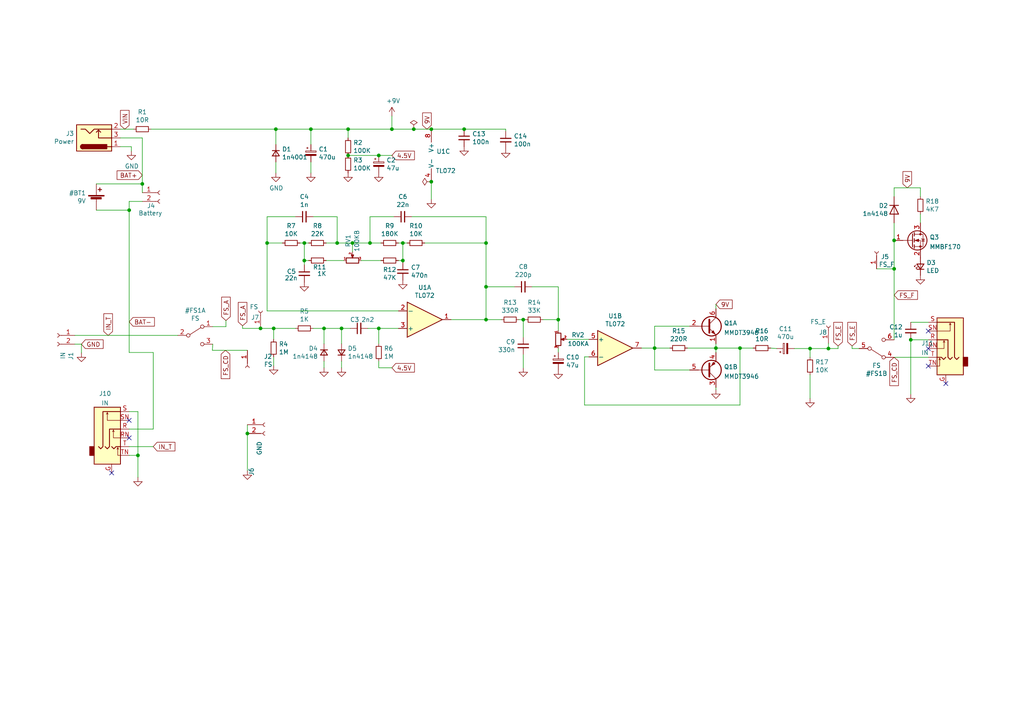
<source format=kicad_sch>
(kicad_sch (version 20211123) (generator eeschema)
  (paper "A4")
  (lib_symbols
    (symbol "Amplifier_Operational:TL072" (pin_names (offset 0.127))
      (property "Reference" "U" (at 0 5.08 0))
      (property "Value" "TL072" (at 0 -5.08 0))
      (symbol "TL072_1_1"
        (polyline (pts (xy -5.08 5.08) (xy 5.08 0) (xy -5.08 -5.08) (xy -5.08 5.08)) (stroke (width 0.254)) (fill (type background)))
        (pin output line (at 7.62 0 180) (length 2.54) (name "~") (number "1"))
        (pin input line (at -7.62 -2.54 0) (length 2.54) (name "-") (number "2"))
        (pin input line (at -7.62 2.54 0) (length 2.54) (name "+") (number "3"))
      )
      (symbol "TL072_2_1"
        (polyline (pts (xy -5.08 5.08) (xy 5.08 0) (xy -5.08 -5.08) (xy -5.08 5.08)) (stroke (width 0.254)) (fill (type background)))
        (pin input line (at -7.62 2.54 0) (length 2.54) (name "+") (number "5"))
        (pin input line (at -7.62 -2.54 0) (length 2.54) (name "-") (number "6"))
        (pin output line (at 7.62 0 180) (length 2.54) (name "~") (number "7"))
      )
      (symbol "TL072_3_1"
        (pin power_in line (at -2.54 -7.62 90) (length 3.81) (name "V-") (number "4"))
        (pin power_in line (at -2.54 7.62 270) (length 3.81) (name "V+") (number "8"))
      )
    )
    (symbol "AudioJack3_Ground_Switch_1"
      (property "Reference" "J" (at 0 11.43 0))
      (property "Value" "AudioJack3_Ground_Switch_1" (at 0 8.89 0))
      (symbol "AudioJack3_Ground_Switch_1_0_1"
        (rectangle (start -5.08 -5.08) (end -6.35 -7.62) (stroke (width 0.254)) (fill (type outline)))
        (rectangle (start 2.54 6.35) (end -5.08 -10.16) (stroke (width 0.254)) (fill (type background)))
      )
      (symbol "AudioJack3_Ground_Switch_1_1_1"
        (polyline (pts (xy -1.27 4.826) (xy -1.016 4.318)))
        (polyline (pts (xy 0.508 -0.254) (xy 0.762 -0.762)))
        (polyline (pts (xy 1.778 -5.334) (xy 2.032 -5.842)))
        (polyline (pts (xy 0 -5.08) (xy 0.635 -5.715) (xy 1.27 -5.08) (xy 2.54 -5.08)) (stroke (width 0.254)))
        (polyline (pts (xy 2.54 -7.62) (xy 1.778 -7.62) (xy 1.778 -5.334) (xy 1.524 -5.842)))
        (polyline (pts (xy 2.54 -2.54) (xy 0.508 -2.54) (xy 0.508 -0.254) (xy 0.254 -0.762)))
        (polyline (pts (xy 2.54 2.54) (xy -1.27 2.54) (xy -1.27 4.826) (xy -1.524 4.318)))
        (polyline (pts (xy -1.905 -5.08) (xy -1.27 -5.715) (xy -0.635 -5.08) (xy -0.635 0) (xy 2.54 0)) (stroke (width 0.254)))
        (polyline (pts (xy 2.54 5.08) (xy -2.54 5.08) (xy -2.54 -5.08) (xy -3.175 -5.715) (xy -3.81 -5.08)) (stroke (width 0.254)))
        (pin passive line (at 0 -12.7 90) (length 2.54) (name "~") (number "G"))
        (pin passive line (at 5.08 0 180) (length 2.54) (name "~") (number "R"))
        (pin passive line (at 5.08 -2.54 180) (length 2.54) (name "~") (number "RN"))
        (pin passive line (at 5.08 5.08 180) (length 2.54) (name "~") (number "S"))
        (pin passive line (at 5.08 2.54 180) (length 2.54) (name "~") (number "SN"))
        (pin passive line (at 5.08 -5.08 180) (length 2.54) (name "~") (number "T"))
        (pin passive line (at 5.08 -7.62 180) (length 2.54) (name "~") (number "TN"))
      )
    )
    (symbol "Connector:AudioJack3_Ground_Switch"
      (property "Reference" "J" (at 0 11.43 0))
      (property "Value" "AudioJack3_Ground_Switch" (at 0 8.89 0))
      (symbol "AudioJack3_Ground_Switch_0_1"
        (rectangle (start -5.08 -5.08) (end -6.35 -7.62) (stroke (width 0.254)) (fill (type outline)))
        (rectangle (start 2.54 6.35) (end -5.08 -10.16) (stroke (width 0.254)) (fill (type background)))
      )
      (symbol "AudioJack3_Ground_Switch_1_1"
        (polyline (pts (xy -1.27 4.826) (xy -1.016 4.318)))
        (polyline (pts (xy 0.508 -0.254) (xy 0.762 -0.762)))
        (polyline (pts (xy 1.778 -5.334) (xy 2.032 -5.842)))
        (polyline (pts (xy 0 -5.08) (xy 0.635 -5.715) (xy 1.27 -5.08) (xy 2.54 -5.08)) (stroke (width 0.254)))
        (polyline (pts (xy 2.54 -7.62) (xy 1.778 -7.62) (xy 1.778 -5.334) (xy 1.524 -5.842)))
        (polyline (pts (xy 2.54 -2.54) (xy 0.508 -2.54) (xy 0.508 -0.254) (xy 0.254 -0.762)))
        (polyline (pts (xy 2.54 2.54) (xy -1.27 2.54) (xy -1.27 4.826) (xy -1.524 4.318)))
        (polyline (pts (xy -1.905 -5.08) (xy -1.27 -5.715) (xy -0.635 -5.08) (xy -0.635 0) (xy 2.54 0)) (stroke (width 0.254)))
        (polyline (pts (xy 2.54 5.08) (xy -2.54 5.08) (xy -2.54 -5.08) (xy -3.175 -5.715) (xy -3.81 -5.08)) (stroke (width 0.254)))
        (pin passive line (at 0 -12.7 90) (length 2.54) (name "~") (number "G"))
        (pin passive line (at 5.08 0 180) (length 2.54) (name "~") (number "R"))
        (pin passive line (at 5.08 -2.54 180) (length 2.54) (name "~") (number "RN"))
        (pin passive line (at 5.08 5.08 180) (length 2.54) (name "~") (number "S"))
        (pin passive line (at 5.08 2.54 180) (length 2.54) (name "~") (number "SN"))
        (pin passive line (at 5.08 -5.08 180) (length 2.54) (name "~") (number "T"))
        (pin passive line (at 5.08 -7.62 180) (length 2.54) (name "~") (number "TN"))
      )
    )
    (symbol "Connector:Barrel_Jack_Switch" (pin_names hide)
      (property "Reference" "J" (at 0 5.334 0))
      (property "Value" "Barrel_Jack_Switch" (at 0 -5.08 0))
      (symbol "Barrel_Jack_Switch_0_1"
        (rectangle (start -5.08 3.81) (end 5.08 -3.81) (stroke (width 0.254)) (fill (type background)))
        (arc (start -3.302 3.175) (mid -3.937 2.54) (end -3.302 1.905) (stroke (width 0.254)))
        (arc (start -3.302 3.175) (mid -3.937 2.54) (end -3.302 1.905) (stroke (width 0.254)) (fill (type outline)))
        (polyline (pts (xy 1.27 -2.286) (xy 1.905 -1.651)) (stroke (width 0.254)))
        (polyline (pts (xy 5.08 2.54) (xy 3.81 2.54)) (stroke (width 0.254)))
        (polyline (pts (xy 5.08 0) (xy 1.27 0) (xy 1.27 -2.286) (xy 0.635 -1.651)) (stroke (width 0.254)))
        (polyline (pts (xy -3.81 -2.54) (xy -2.54 -2.54) (xy -1.27 -1.27) (xy 0 -2.54) (xy 2.54 -2.54) (xy 5.08 -2.54)) (stroke (width 0.254)))
        (rectangle (start 3.683 3.175) (end -3.302 1.905) (stroke (width 0.254)) (fill (type outline)))
      )
      (symbol "Barrel_Jack_Switch_1_1"
        (pin passive line (at 7.62 2.54 180) (length 2.54) (name "~") (number "1"))
        (pin passive line (at 7.62 -2.54 180) (length 2.54) (name "~") (number "2"))
        (pin passive line (at 7.62 0 180) (length 2.54) (name "~") (number "3"))
      )
    )
    (symbol "Connector:Conn_01x01_Female" (pin_names (offset 1.016) hide)
      (property "Reference" "J" (at 0 2.54 0))
      (property "Value" "Conn_01x01_Female" (at 0 -2.54 0))
      (symbol "Conn_01x01_Female_1_1"
        (polyline (pts (xy -1.27 0) (xy -0.508 0)) (stroke (width 0.1524)))
        (arc (start 0 0.508) (mid -0.508 0) (end 0 -0.508) (stroke (width 0.1524)))
        (pin passive line (at -5.08 0 0) (length 3.81) (name "Pin_1") (number "1"))
      )
    )
    (symbol "Connector:Conn_01x02_Female" (pin_names (offset 1.016) hide)
      (property "Reference" "J" (at 0 2.54 0))
      (property "Value" "Conn_01x02_Female" (at 0 -5.08 0))
      (symbol "Conn_01x02_Female_1_1"
        (arc (start 0 -2.032) (mid -0.508 -2.54) (end 0 -3.048) (stroke (width 0.1524)))
        (polyline (pts (xy -1.27 -2.54) (xy -0.508 -2.54)) (stroke (width 0.1524)))
        (polyline (pts (xy -1.27 0) (xy -0.508 0)) (stroke (width 0.1524)))
        (arc (start 0 0.508) (mid -0.508 0) (end 0 -0.508) (stroke (width 0.1524)))
        (pin passive line (at -5.08 0 0) (length 3.81) (name "Pin_1") (number "1"))
        (pin passive line (at -5.08 -2.54 0) (length 3.81) (name "Pin_2") (number "2"))
      )
    )
    (symbol "Device:Battery_Cell" (pin_numbers hide) (pin_names (offset 0) hide)
      (property "Reference" "BT" (at 2.54 2.54 0))
      (property "Value" "Battery_Cell" (at 2.54 0 0))
      (symbol "Battery_Cell_0_1"
        (rectangle (start -2.286 1.778) (end 2.286 1.524) (fill (type outline)))
        (rectangle (start -1.5748 1.1938) (end 1.4732 0.6858) (fill (type outline)))
        (polyline (pts (xy 0 0.762) (xy 0 0)))
        (polyline (pts (xy 0 1.778) (xy 0 2.54)))
        (polyline (pts (xy 0.508 3.429) (xy 1.524 3.429)) (stroke (width 0.254)))
        (polyline (pts (xy 1.016 3.937) (xy 1.016 2.921)) (stroke (width 0.254)))
      )
      (symbol "Battery_Cell_1_1"
        (pin passive line (at 0 5.08 270) (length 2.54) (name "+") (number "1"))
        (pin passive line (at 0 -2.54 90) (length 2.54) (name "-") (number "2"))
      )
    )
    (symbol "Device:C_Polarized_Small" (pin_numbers hide) (pin_names (offset 0.254) hide)
      (property "Reference" "C" (at 0.254 1.778 0))
      (property "Value" "C_Polarized_Small" (at 0.254 -2.032 0))
      (symbol "C_Polarized_Small_0_1"
        (rectangle (start -1.524 -0.3048) (end 1.524 -0.6858) (fill (type outline)))
        (rectangle (start -1.524 0.6858) (end 1.524 0.3048))
        (polyline (pts (xy -1.27 1.524) (xy -0.762 1.524)))
        (polyline (pts (xy -1.016 1.27) (xy -1.016 1.778)))
      )
      (symbol "C_Polarized_Small_1_1"
        (pin passive line (at 0 2.54 270) (length 1.8542) (name "~") (number "1"))
        (pin passive line (at 0 -2.54 90) (length 1.8542) (name "~") (number "2"))
      )
    )
    (symbol "Device:C_Small" (pin_numbers hide) (pin_names (offset 0.254) hide)
      (property "Reference" "C" (at 0.254 1.778 0))
      (property "Value" "C_Small" (at 0.254 -2.032 0))
      (symbol "C_Small_0_1"
        (polyline (pts (xy -1.524 -0.508) (xy 1.524 -0.508)) (stroke (width 0.3302)))
        (polyline (pts (xy -1.524 0.508) (xy 1.524 0.508)) (stroke (width 0.3048)))
      )
      (symbol "C_Small_1_1"
        (pin passive line (at 0 2.54 270) (length 2.032) (name "~") (number "1"))
        (pin passive line (at 0 -2.54 90) (length 2.032) (name "~") (number "2"))
      )
    )
    (symbol "Device:D_Small" (pin_numbers hide) (pin_names (offset 0.254) hide)
      (property "Reference" "D" (at -1.27 2.032 0))
      (property "Value" "D_Small" (at -3.81 -2.032 0))
      (symbol "D_Small_0_1"
        (polyline (pts (xy -0.762 -1.016) (xy -0.762 1.016)) (stroke (width 0.254)))
        (polyline (pts (xy -0.762 0) (xy 0.762 0)))
        (polyline (pts (xy 0.762 -1.016) (xy -0.762 0) (xy 0.762 1.016) (xy 0.762 -1.016)) (stroke (width 0.254)))
      )
      (symbol "D_Small_1_1"
        (pin passive line (at -2.54 0 0) (length 1.778) (name "K") (number "1"))
        (pin passive line (at 2.54 0 180) (length 1.778) (name "A") (number "2"))
      )
    )
    (symbol "Device:LED_Small" (pin_numbers hide) (pin_names (offset 0.254) hide)
      (property "Reference" "D" (at -1.27 3.175 0))
      (property "Value" "LED_Small" (at -4.445 -2.54 0))
      (symbol "LED_Small_0_1"
        (polyline (pts (xy -0.762 -1.016) (xy -0.762 1.016)) (stroke (width 0.254)))
        (polyline (pts (xy 1.016 0) (xy -0.762 0)))
        (polyline (pts (xy 0.762 -1.016) (xy -0.762 0) (xy 0.762 1.016) (xy 0.762 -1.016)) (stroke (width 0.254)))
        (polyline (pts (xy 0 0.762) (xy -0.508 1.27) (xy -0.254 1.27) (xy -0.508 1.27) (xy -0.508 1.016)))
        (polyline (pts (xy 0.508 1.27) (xy 0 1.778) (xy 0.254 1.778) (xy 0 1.778) (xy 0 1.524)))
      )
      (symbol "LED_Small_1_1"
        (pin passive line (at -2.54 0 0) (length 1.778) (name "K") (number "1"))
        (pin passive line (at 2.54 0 180) (length 1.778) (name "A") (number "2"))
      )
    )
    (symbol "Device:R_Potentiometer_Small" (pin_names (offset 1.016) hide)
      (property "Reference" "RV" (at -4.445 0 90))
      (property "Value" "R_Potentiometer_Small" (at -2.54 0 90))
      (symbol "R_Potentiometer_Small_0_1"
        (polyline (pts (xy 0.889 0) (xy 0.635 0) (xy 1.651 0.381) (xy 1.651 -0.381) (xy 0.635 0) (xy 0.889 0)) (fill (type outline)))
        (rectangle (start 0.762 1.8034) (end -0.762 -1.8034) (stroke (width 0.254)))
      )
      (symbol "R_Potentiometer_Small_1_1"
        (pin passive line (at 0 2.54 270) (length 0.635) (name "1") (number "1"))
        (pin passive line (at 2.54 0 180) (length 0.9906) (name "2") (number "2"))
        (pin passive line (at 0 -2.54 90) (length 0.635) (name "3") (number "3"))
      )
    )
    (symbol "Device:R_Small" (pin_numbers hide) (pin_names (offset 0.254) hide)
      (property "Reference" "R" (at 0.762 0.508 0))
      (property "Value" "R_Small" (at 0.762 -1.016 0))
      (symbol "R_Small_0_1"
        (rectangle (start -0.762 1.778) (end 0.762 -1.778) (stroke (width 0.2032)))
      )
      (symbol "R_Small_1_1"
        (pin passive line (at 0 2.54 270) (length 0.762) (name "~") (number "1"))
        (pin passive line (at 0 -2.54 90) (length 0.762) (name "~") (number "2"))
      )
    )
    (symbol "Diode:1N4001" (pin_numbers hide) (pin_names (offset 1.016) hide)
      (property "Reference" "D" (at 0 2.54 0))
      (property "Value" "1N4001" (at 0 -2.54 0))
      (symbol "1N4001_0_1"
        (polyline (pts (xy -1.27 1.27) (xy -1.27 -1.27)) (stroke (width 0.254)))
        (polyline (pts (xy 1.27 0) (xy -1.27 0)))
        (polyline (pts (xy 1.27 1.27) (xy 1.27 -1.27) (xy -1.27 0) (xy 1.27 1.27)) (stroke (width 0.254)))
      )
      (symbol "1N4001_1_1"
        (pin passive line (at -3.81 0 0) (length 2.54) (name "K") (number "1"))
        (pin passive line (at 3.81 0 180) (length 2.54) (name "A") (number "2"))
      )
    )
    (symbol "Switch:SW_DPDT_x2" (pin_names (offset 0) hide)
      (property "Reference" "SW" (at 0 4.318 0))
      (property "Value" "SW_DPDT_x2" (at 0 -5.08 0))
      (symbol "SW_DPDT_x2_0_0"
        (circle (center -2.032 0) (radius 0.508))
        (circle (center 2.032 -2.54) (radius 0.508))
      )
      (symbol "SW_DPDT_x2_0_1"
        (polyline (pts (xy -1.524 0.254) (xy 1.651 2.286)))
        (circle (center 2.032 2.54) (radius 0.508))
      )
      (symbol "SW_DPDT_x2_1_1"
        (pin passive line (at 5.08 2.54 180) (length 2.54) (name "A") (number "1"))
        (pin passive line (at -5.08 0 0) (length 2.54) (name "B") (number "2"))
        (pin passive line (at 5.08 -2.54 180) (length 2.54) (name "C") (number "3"))
      )
      (symbol "SW_DPDT_x2_2_1"
        (pin passive line (at 5.08 2.54 180) (length 2.54) (name "A") (number "4"))
        (pin passive line (at -5.08 0 0) (length 2.54) (name "B") (number "5"))
        (pin passive line (at 5.08 -2.54 180) (length 2.54) (name "C") (number "6"))
      )
    )
    (symbol "Transistor_BJT:MMDT3946" (pin_names (offset 0) hide)
      (property "Reference" "Q" (at 5.08 1.27 0))
      (property "Value" "MMDT3946" (at 5.08 -1.27 0))
      (symbol "MMDT3946_0_1"
        (polyline (pts (xy 0.635 0) (xy -2.54 0)))
        (circle (center 1.27 0) (radius 2.8194) (stroke (width 0.254)))
        (circle (center 1.27 0) (radius 2.8194) (stroke (width 0.254)))
      )
      (symbol "MMDT3946_1_1"
        (polyline (pts (xy 0.635 0.635) (xy 2.54 2.54)))
        (polyline (pts (xy 0.635 -0.635) (xy 2.54 -2.54) (xy 2.54 -2.54)))
        (polyline (pts (xy 0.635 1.905) (xy 0.635 -1.905) (xy 0.635 -1.905)) (stroke (width 0.508)))
        (polyline (pts (xy 1.27 -1.778) (xy 1.778 -1.27) (xy 2.286 -2.286) (xy 1.27 -1.778) (xy 1.27 -1.778)) (fill (type outline)))
        (pin passive line (at 2.54 -5.08 90) (length 2.54) (name "E1") (number "1"))
        (pin input line (at -5.08 0 0) (length 2.54) (name "B1") (number "2"))
        (pin passive line (at 2.54 5.08 270) (length 2.54) (name "C1") (number "6"))
      )
      (symbol "MMDT3946_2_1"
        (polyline (pts (xy 0.635 0.635) (xy 2.54 2.54)))
        (polyline (pts (xy 0.635 -0.635) (xy 2.54 -2.54) (xy 2.54 -2.54)))
        (polyline (pts (xy 0.635 1.905) (xy 0.635 -1.905) (xy 0.635 -1.905)) (stroke (width 0.508)))
        (polyline (pts (xy 2.286 -1.778) (xy 1.778 -2.286) (xy 1.27 -1.27) (xy 2.286 -1.778) (xy 2.286 -1.778)) (fill (type outline)))
        (pin passive line (at 2.54 5.08 270) (length 2.54) (name "C2") (number "3"))
        (pin passive line (at 2.54 -5.08 90) (length 2.54) (name "E2") (number "4"))
        (pin input line (at -5.08 0 0) (length 2.54) (name "B2") (number "5"))
      )
    )
    (symbol "Transistor_FET:MMBF170" (pin_names hide)
      (property "Reference" "Q" (at 5.08 1.905 0))
      (property "Value" "MMBF170" (at 5.08 0 0))
      (symbol "MMBF170_0_1"
        (polyline (pts (xy 0.254 0) (xy -2.54 0)))
        (polyline (pts (xy 0.254 1.905) (xy 0.254 -1.905)) (stroke (width 0.254)))
        (polyline (pts (xy 0.762 -1.27) (xy 0.762 -2.286)) (stroke (width 0.254)))
        (polyline (pts (xy 0.762 0.508) (xy 0.762 -0.508)) (stroke (width 0.254)))
        (polyline (pts (xy 0.762 2.286) (xy 0.762 1.27)) (stroke (width 0.254)))
        (polyline (pts (xy 2.54 2.54) (xy 2.54 1.778)))
        (polyline (pts (xy 2.54 -2.54) (xy 2.54 0) (xy 0.762 0)))
        (polyline (pts (xy 0.762 -1.778) (xy 3.302 -1.778) (xy 3.302 1.778) (xy 0.762 1.778)))
        (polyline (pts (xy 1.016 0) (xy 2.032 0.381) (xy 2.032 -0.381) (xy 1.016 0)) (fill (type outline)))
        (polyline (pts (xy 2.794 0.508) (xy 2.921 0.381) (xy 3.683 0.381) (xy 3.81 0.254)))
        (polyline (pts (xy 3.302 0.381) (xy 2.921 -0.254) (xy 3.683 -0.254) (xy 3.302 0.381)))
        (circle (center 1.651 0) (radius 2.794) (stroke (width 0.254)))
        (circle (center 2.54 -1.778) (radius 0.254) (fill (type outline)))
        (circle (center 2.54 1.778) (radius 0.254) (fill (type outline)))
      )
      (symbol "MMBF170_1_1"
        (pin input line (at -5.08 0 0) (length 2.54) (name "G") (number "1"))
        (pin passive line (at 2.54 -5.08 90) (length 2.54) (name "S") (number "2"))
        (pin passive line (at 2.54 5.08 270) (length 2.54) (name "D") (number "3"))
      )
    )
    (symbol "power:+9V" (power) (pin_names (offset 0))
      (property "Value" "+9V" (at 0 3.556 0))
      (symbol "+9V_0_1"
        (polyline (pts (xy -0.762 1.27) (xy 0 2.54)))
        (polyline (pts (xy 0 0) (xy 0 2.54)))
        (polyline (pts (xy 0 2.54) (xy 0.762 1.27)))
      )
      (symbol "+9V_1_1"
        (pin power_in line (at 0 0 90) (length 0) hide (name "+9V") (number "1"))
      )
    )
    (symbol "power:GND" (power) (pin_names (offset 0))
      (property "Value" "GND" (at 0 -3.81 0))
      (symbol "GND_0_1"
        (polyline (pts (xy 0 0) (xy 0 -1.27) (xy 1.27 -1.27) (xy 0 -2.54) (xy -1.27 -1.27) (xy 0 -1.27)))
      )
      (symbol "GND_1_1"
        (pin power_in line (at 0 0 270) (length 0) hide (name "GND") (number "1"))
      )
    )
    (symbol "power:PWR_FLAG" (power) (pin_numbers hide) (pin_names (offset 0) hide)
      (property "Value" "PWR_FLAG" (at 0 3.81 0))
      (symbol "PWR_FLAG_0_0"
        (pin power_out line (at 0 0 90) (length 0) (name "pwr") (number "1"))
      )
      (symbol "PWR_FLAG_0_1"
        (polyline (pts (xy 0 0) (xy 0 1.27) (xy -1.016 1.905) (xy 0 2.54) (xy 1.016 1.905) (xy 0 1.27)))
      )
    )
  )
  (bus_alias "9V" (members "9V"))
  (bus_alias "4.5V" (members))
  (junction (at 41.275 53.34))
  (junction (at 88.265 70.485))
  (junction (at 161.925 92.71))
  (junction (at 97.79 70.485))
  (junction (at 113.665 37.465))
  (junction (at 189.865 100.965))
  (junction (at 109.855 95.25))
  (junction (at 207.645 100.965))
  (junction (at 88.265 75.565))
  (junction (at 71.755 125.73))
  (junction (at 90.17 37.465))
  (junction (at 93.98 95.25))
  (junction (at 102.235 70.485))
  (junction (at 100.965 45.085))
  (junction (at 99.06 95.25))
  (junction (at 151.765 92.71))
  (junction (at 234.95 101.092))
  (junction (at 125.095 37.465))
  (junction (at 116.84 70.485))
  (junction (at 109.855 45.085))
  (junction (at 259.334 69.723))
  (junction (at 107.315 70.485))
  (junction (at 264.16 98.552))
  (junction (at 40.005 132.08))
  (junction (at 134.62 37.465))
  (junction (at 140.97 70.485))
  (junction (at 100.965 37.465))
  (junction (at 79.375 95.25))
  (junction (at 214.63 100.965))
  (junction (at 259.334 77.978))
  (junction (at 37.465 60.96))
  (junction (at 240.284 101.092))
  (junction (at 140.97 92.71))
  (junction (at 77.47 70.485))
  (junction (at 120.015 37.465))
  (junction (at 80.01 37.465))
  (junction (at 116.84 75.565))
  (junction (at 125.095 52.705))
  (junction (at 140.97 83.185))
  (junction (at 75.565 95.25))
  (no_connect (at 269.24 96.012))
  (no_connect (at 269.24 101.092))
  (no_connect (at 269.24 106.172))
  (no_connect (at 274.32 111.252))
  (no_connect (at 32.385 137.16))
  (no_connect (at 37.465 127))
  (no_connect (at 37.465 121.92))
  (wire (pts (xy 70.358 95.25) (xy 70.358 94.488)))
  (wire (pts (xy 230.378 101.092) (xy 234.95 101.092)))
  (wire (pts (xy 264.16 98.552) (xy 269.24 98.552)))
  (wire (pts (xy 240.284 99.568) (xy 240.284 101.092)))
  (wire (pts (xy 77.47 62.865) (xy 77.47 70.485)))
  (wire (pts (xy 70.358 95.25) (xy 75.565 95.25)))
  (wire (pts (xy 234.95 101.092) (xy 240.284 101.092)))
  (wire (pts (xy 102.235 70.485) (xy 107.315 70.485)))
  (wire (pts (xy 61.722 94.742) (xy 65.532 94.742)))
  (wire (pts (xy 259.334 64.643) (xy 259.334 69.723)))
  (wire (pts (xy 21.717 99.822) (xy 23.622 99.822)))
  (wire (pts (xy 40.005 132.08) (xy 40.005 138.43)))
  (wire (pts (xy 234.95 108.712) (xy 234.95 115.57)))
  (wire (pts (xy 77.47 90.17) (xy 77.47 70.485)))
  (wire (pts (xy 100.965 45.085) (xy 109.855 45.085)))
  (wire (pts (xy 186.055 100.965) (xy 189.865 100.965)))
  (wire (pts (xy 200.025 94.615) (xy 189.865 94.615)))
  (wire (pts (xy 27.94 60.96) (xy 37.465 60.96)))
  (wire (pts (xy 75.565 95.25) (xy 79.375 95.25)))
  (wire (pts (xy 71.755 125.73) (xy 71.755 136.525)))
  (wire (pts (xy 93.98 95.25) (xy 93.98 99.695)))
  (wire (pts (xy 34.925 40.005) (xy 41.275 40.005)))
  (wire (pts (xy 140.97 62.865) (xy 140.97 70.485)))
  (wire (pts (xy 259.334 77.978) (xy 254.254 77.978)))
  (wire (pts (xy 80.01 46.99) (xy 80.01 50.165)))
  (wire (pts (xy 115.57 75.565) (xy 116.84 75.565)))
  (wire (pts (xy 207.645 100.965) (xy 214.63 100.965)))
  (wire (pts (xy 65.532 94.742) (xy 65.532 92.964)))
  (wire (pts (xy 259.334 57.023) (xy 259.334 54.483)))
  (wire (pts (xy 34.925 42.545) (xy 38.1 42.545)))
  (wire (pts (xy 161.925 100.965) (xy 161.925 102.235)))
  (wire (pts (xy 109.855 95.25) (xy 109.855 99.695)))
  (wire (pts (xy 93.98 104.775) (xy 93.98 106.68)))
  (wire (pts (xy 109.855 45.085) (xy 113.665 45.085)))
  (wire (pts (xy 90.17 37.465) (xy 90.17 41.91)))
  (wire (pts (xy 23.622 99.822) (xy 23.622 102.362)))
  (wire (pts (xy 115.57 90.17) (xy 77.47 90.17)))
  (wire (pts (xy 86.995 70.485) (xy 88.265 70.485)))
  (wire (pts (xy 37.465 119.38) (xy 40.005 119.38)))
  (wire (pts (xy 140.97 70.485) (xy 140.97 83.185)))
  (wire (pts (xy 97.79 70.485) (xy 102.235 70.485)))
  (wire (pts (xy 34.925 37.465) (xy 38.735 37.465)))
  (wire (pts (xy 207.645 112.395) (xy 207.645 113.03)))
  (wire (pts (xy 21.717 97.282) (xy 51.562 97.282)))
  (wire (pts (xy 37.465 58.42) (xy 37.465 60.96)))
  (wire (pts (xy 149.225 83.185) (xy 140.97 83.185)))
  (wire (pts (xy 140.97 83.185) (xy 140.97 92.71)))
  (wire (pts (xy 61.595 101.6) (xy 61.722 99.822)))
  (wire (pts (xy 104.775 75.565) (xy 110.49 75.565)))
  (wire (pts (xy 107.315 70.485) (xy 110.49 70.485)))
  (wire (pts (xy 214.63 100.965) (xy 218.44 100.965)))
  (wire (pts (xy 102.235 73.025) (xy 102.235 70.485)))
  (wire (pts (xy 151.765 92.71) (xy 152.4 92.71)))
  (wire (pts (xy 164.465 98.425) (xy 170.815 98.425)))
  (wire (pts (xy 169.545 117.475) (xy 214.63 117.475)))
  (wire (pts (xy 38.1 42.545) (xy 38.1 43.815)))
  (wire (pts (xy 107.315 62.865) (xy 107.315 70.485)))
  (wire (pts (xy 61.595 101.6) (xy 71.755 101.6)))
  (wire (pts (xy 151.765 106.68) (xy 151.765 102.87)))
  (wire (pts (xy 266.954 54.483) (xy 266.954 57.023)))
  (wire (pts (xy 113.665 33.655) (xy 113.665 37.465)))
  (wire (pts (xy 169.545 103.505) (xy 170.815 103.505)))
  (wire (pts (xy 150.495 92.71) (xy 151.765 92.71)))
  (wire (pts (xy 199.39 100.965) (xy 207.645 100.965)))
  (wire (pts (xy 90.17 46.99) (xy 90.17 50.165)))
  (wire (pts (xy 37.465 124.46) (xy 44.45 124.46)))
  (wire (pts (xy 146.685 37.465) (xy 146.685 38.1)))
  (wire (pts (xy 264.16 98.552) (xy 264.16 114.3)))
  (wire (pts (xy 189.865 94.615) (xy 189.865 100.965)))
  (wire (pts (xy 44.45 102.235) (xy 44.45 124.46)))
  (wire (pts (xy 37.465 60.96) (xy 37.465 102.235)))
  (wire (pts (xy 27.94 53.34) (xy 41.275 53.34)))
  (wire (pts (xy 115.57 70.485) (xy 116.84 70.485)))
  (wire (pts (xy 189.865 100.965) (xy 194.31 100.965)))
  (wire (pts (xy 41.275 58.42) (xy 37.465 58.42)))
  (wire (pts (xy 259.334 69.723) (xy 259.334 77.978)))
  (wire (pts (xy 161.925 83.185) (xy 161.925 92.71)))
  (wire (pts (xy 107.315 62.865) (xy 114.3 62.865)))
  (wire (pts (xy 90.17 37.465) (xy 100.965 37.465)))
  (wire (pts (xy 99.06 104.775) (xy 99.06 106.68)))
  (wire (pts (xy 41.275 53.34) (xy 41.275 55.88)))
  (wire (pts (xy 259.334 54.483) (xy 266.954 54.483)))
  (wire (pts (xy 97.79 62.865) (xy 97.79 70.485)))
  (wire (pts (xy 99.06 95.25) (xy 101.6 95.25)))
  (wire (pts (xy 120.015 37.465) (xy 125.095 37.465)))
  (wire (pts (xy 99.06 99.695) (xy 99.06 95.25)))
  (wire (pts (xy 123.19 70.485) (xy 140.97 70.485)))
  (wire (pts (xy 100.965 37.465) (xy 113.665 37.465)))
  (wire (pts (xy 77.47 70.485) (xy 81.915 70.485)))
  (wire (pts (xy 207.645 102.235) (xy 207.645 100.965)))
  (wire (pts (xy 134.62 37.465) (xy 146.685 37.465)))
  (wire (pts (xy 109.855 95.25) (xy 115.57 95.25)))
  (wire (pts (xy 243.078 101.092) (xy 240.284 101.092)))
  (wire (pts (xy 94.615 75.565) (xy 99.695 75.565)))
  (wire (pts (xy 99.06 95.25) (xy 93.98 95.25)))
  (wire (pts (xy 71.755 125.73) (xy 71.755 123.19)))
  (wire (pts (xy 154.305 83.185) (xy 161.925 83.185)))
  (wire (pts (xy 79.375 95.25) (xy 79.375 98.425)))
  (wire (pts (xy 189.865 100.965) (xy 189.865 107.315)))
  (wire (pts (xy 266.954 62.103) (xy 266.954 64.643)))
  (wire (pts (xy 207.645 88.265) (xy 207.645 89.535)))
  (wire (pts (xy 100.965 40.005) (xy 100.965 37.465)))
  (wire (pts (xy 37.465 129.54) (xy 44.45 129.54)))
  (wire (pts (xy 94.615 70.485) (xy 97.79 70.485)))
  (wire (pts (xy 79.375 103.505) (xy 79.375 106.045)))
  (wire (pts (xy 80.01 37.465) (xy 90.17 37.465)))
  (wire (pts (xy 40.005 132.08) (xy 37.465 132.08)))
  (wire (pts (xy 243.078 100.33) (xy 243.078 101.092)))
  (wire (pts (xy 106.68 95.25) (xy 109.855 95.25)))
  (wire (pts (xy 40.005 119.38) (xy 40.005 132.08)))
  (wire (pts (xy 88.265 75.565) (xy 89.535 75.565)))
  (wire (pts (xy 109.855 106.68) (xy 113.665 106.68)))
  (wire (pts (xy 80.01 37.465) (xy 80.01 41.91)))
  (wire (pts (xy 223.52 100.965) (xy 225.298 101.092)))
  (wire (pts (xy 264.16 93.472) (xy 269.24 93.472)))
  (wire (pts (xy 214.63 117.475) (xy 214.63 100.965)))
  (wire (pts (xy 109.855 104.775) (xy 109.855 106.68)))
  (wire (pts (xy 37.465 102.235) (xy 44.45 102.235)))
  (wire (pts (xy 116.84 75.565) (xy 116.84 70.485)))
  (wire (pts (xy 247.142 100.33) (xy 247.142 101.092)))
  (wire (pts (xy 113.665 37.465) (xy 120.015 37.465)))
  (wire (pts (xy 43.815 37.465) (xy 80.01 37.465)))
  (wire (pts (xy 125.095 52.705) (xy 125.095 57.785)))
  (wire (pts (xy 125.095 37.465) (xy 134.62 37.465)))
  (wire (pts (xy 88.265 70.485) (xy 88.265 75.565)))
  (wire (pts (xy 90.805 62.865) (xy 97.79 62.865)))
  (wire (pts (xy 234.95 101.092) (xy 234.95 103.632)))
  (wire (pts (xy 77.47 62.865) (xy 85.725 62.865)))
  (wire (pts (xy 140.97 92.71) (xy 145.415 92.71)))
  (wire (pts (xy 259.334 77.978) (xy 259.334 98.552)))
  (wire (pts (xy 169.545 117.475) (xy 169.545 103.505)))
  (wire (pts (xy 247.142 101.092) (xy 249.174 101.092)))
  (wire (pts (xy 88.265 75.565) (xy 88.265 76.835)))
  (wire (pts (xy 88.265 70.485) (xy 89.535 70.485)))
  (wire (pts (xy 189.865 107.315) (xy 200.025 107.315)))
  (wire (pts (xy 161.925 92.71) (xy 161.925 95.885)))
  (wire (pts (xy 259.334 103.632) (xy 269.24 103.632)))
  (wire (pts (xy 119.38 62.865) (xy 140.97 62.865)))
  (wire (pts (xy 90.805 95.25) (xy 93.98 95.25)))
  (wire (pts (xy 157.48 92.71) (xy 161.925 92.71)))
  (wire (pts (xy 151.765 97.79) (xy 151.765 92.71)))
  (wire (pts (xy 207.645 100.965) (xy 207.645 99.695)))
  (wire (pts (xy 116.84 75.565) (xy 116.84 76.2)))
  (wire (pts (xy 41.275 40.005) (xy 41.275 53.34)))
  (wire (pts (xy 79.375 95.25) (xy 85.725 95.25)))
  (wire (pts (xy 116.84 70.485) (xy 118.11 70.485)))
  (wire (pts (xy 140.97 92.71) (xy 130.81 92.71)))
  (global_label "4.5V" (shape input) (at 113.665 45.085 0) (property "Intersheet References" "${INTERSHEET_REFS}" (effects hide)))
  (global_label "FS_A" (shape input) (at 70.358 94.488 90) (property "Intersheet References" "${INTERSHEET_REFS}" (effects hide)))
  (global_label "VIN" (shape input) (at 36.195 37.465 90) (property "Intersheet References" "${INTERSHEET_REFS}" (effects hide)))
  (global_label "9V" (shape input) (at 263.144 54.483 90) (property "Intersheet References" "${INTERSHEET_REFS}" (effects hide)))
  (global_label "BAT+" (shape input) (at 41.275 50.8 180) (property "Intersheet References" "${INTERSHEET_REFS}" (effects hide)))
  (global_label "FS_CD" (shape input) (at 65.405 101.6 270) (property "Intersheet References" "${INTERSHEET_REFS}" (effects hide)))
  (global_label "FS_F" (shape input) (at 259.334 85.598 0) (property "Intersheet References" "${INTERSHEET_REFS}" (effects hide)))
  (global_label "FS_A" (shape input) (at 65.532 92.964 90) (property "Intersheet References" "${INTERSHEET_REFS}" (effects hide)))
  (global_label "BAT-" (shape input) (at 37.465 93.345 0) (property "Intersheet References" "${INTERSHEET_REFS}" (effects hide)))
  (global_label "IN_T" (shape input) (at 31.369 97.282 90) (property "Intersheet References" "${INTERSHEET_REFS}" (effects hide)))
  (global_label "4.5V" (shape input) (at 113.665 106.68 0) (property "Intersheet References" "${INTERSHEET_REFS}" (effects hide)))
  (global_label "FS_CD" (shape input) (at 259.334 103.632 270) (property "Intersheet References" "${INTERSHEET_REFS}" (effects hide)))
  (global_label "FS_E" (shape input) (at 243.078 100.33 90) (property "Intersheet References" "${INTERSHEET_REFS}" (effects hide)))
  (global_label "9V" (shape input) (at 207.645 88.265 0) (property "Intersheet References" "${INTERSHEET_REFS}" (effects hide)))
  (global_label "9V" (shape input) (at 123.825 37.465 90) (property "Intersheet References" "${INTERSHEET_REFS}" (effects hide)))
  (global_label "FS_E" (shape input) (at 247.142 100.33 90) (property "Intersheet References" "${INTERSHEET_REFS}" (effects hide)))
  (global_label "IN_T" (shape input) (at 44.45 129.54 0) (property "Intersheet References" "${INTERSHEET_REFS}" (effects hide)))
  (global_label "GND" (shape input) (at 23.622 99.822 0) (property "Intersheet References" "${INTERSHEET_REFS}" (effects hide)))
  (symbol (lib_id "Device:C_Small") (at 104.14 95.25 90) (unit 1)
    (property "Reference" "C3" (at 102.87 92.71 90))
    (property "Value" "2n2" (at 106.68 92.71 90))
    (property "Footprint" "Capacitor_SMD:C_0201_0603Metric_Pad0.64x0.40mm_HandSolder" (effects hide))
    (property "LCSC" "C178417" (effects hide))
  )
  (symbol (lib_id "Amplifier_Operational:TL072") (at 123.19 92.71 0) (mirror x) (unit 1)
    (property "Reference" "U1" (at 123.19 83.3882 0))
    (property "Value" "TL072" (at 123.19 85.6996 0))
    (property "Footprint" "MyLibraries:SOIC_DIP-8" (effects hide))
    (property "Datasheet" "http://www.ti.com/lit/ds/symlink/tl071.pdf" (effects hide))
  )
  (symbol (lib_id "Amplifier_Operational:TL072") (at 178.435 100.965 0) (unit 2)
    (property "Reference" "U1" (at 178.435 91.6432 0))
    (property "Value" "TL072" (at 178.435 93.9546 0))
    (property "Footprint" "MyLibraries:SOIC_DIP-8" (effects hide))
    (property "Datasheet" "http://www.ti.com/lit/ds/symlink/tl071.pdf" (effects hide))
  )
  (symbol (lib_id "Amplifier_Operational:TL072") (at 127.635 45.085 0) (unit 3)
    (property "Reference" "U1" (at 126.5682 43.9166 0) (effects (justify left)))
    (property "Value" "TL072" (at 126.365 49.53 0) (effects (justify left)))
    (property "Footprint" "MyLibraries:SOIC_DIP-8" (effects hide))
    (property "Datasheet" "http://www.ti.com/lit/ds/symlink/tl071.pdf" (effects hide))
  )
  (symbol (lib_id "power:+9V") (at 113.665 33.655 0) (unit 1)
    (property "Reference" "#PWR0101" (effects hide))
    (property "Value" "+9V" (at 114.046 29.2608 0))
  )
  (symbol (lib_id "Connector:Conn_01x02_Female") (at 46.355 55.88 0) (unit 1)
    (property "Reference" "J4" (at 43.815 59.69 0))
    (property "Value" "Battery" (at 43.6118 61.8236 0))
    (property "Footprint" "Connector_PinHeader_2.54mm:PinHeader_1x02_P2.54mm_Vertical" (effects hide))
  )
  (symbol (lib_id "Connector:Barrel_Jack_Switch") (at 27.305 40.005 0) (mirror x) (unit 1)
    (property "Reference" "J3" (at 21.4884 38.735 0) (effects (justify right)))
    (property "Value" "Power" (at 21.4884 41.0464 0) (effects (justify right)))
    (property "Footprint" "Connector_BarrelJack:BarrelJack_GCT_DCJ200-10-A_Horizontal" (effects hide))
    (property "LCSC" "C136715" (effects hide))
  )
  (symbol (lib_id "Device:D_Small") (at 80.01 44.45 270) (unit 1)
    (property "Reference" "D1" (at 81.788 43.2816 90) (effects (justify left)))
    (property "Value" "1n4001" (at 81.788 45.593 90) (effects (justify left)))
    (property "Footprint" "Diode_SMD:D_SMA" (effects hide))
    (property "LCSC" "C433392" (effects hide))
  )
  (symbol (lib_id "power:GND") (at 38.1 43.815 0) (unit 1)
    (property "Reference" "#PWR0102" (effects hide))
    (property "Value" "GND" (at 38.227 48.2092 0))
  )
  (symbol (lib_id "Device:C_Polarized_Small") (at 90.17 44.45 0) (unit 1)
    (property "Reference" "C1" (at 92.4052 43.2816 0) (effects (justify left)))
    (property "Value" "470u" (at 92.4052 45.593 0) (effects (justify left)))
    (property "Footprint" "Capacitor_Tantalum_SMD:CP_EIA-7343-43_Kemet-X_Pad2.25x2.55mm_HandSolder" (effects hide))
    (property "LCSC" "C600572" (effects hide))
  )
  (symbol (lib_id "power:GND") (at 80.01 50.165 0) (unit 1)
    (property "Reference" "#PWR0103" (effects hide))
    (property "Value" "GND" (at 80.137 54.5592 0))
  )
  (symbol (lib_id "power:GND") (at 90.17 50.165 0) (unit 1)
    (property "Reference" "#PWR0104" (effects hide))
    (property "Value" "GND" (effects hide))
  )
  (symbol (lib_id "Device:R_Small") (at 100.965 42.545 0) (unit 1)
    (property "Reference" "R2" (at 102.4636 41.3766 0) (effects (justify left)))
    (property "Value" "100K" (at 102.4636 43.688 0) (effects (justify left)))
    (property "Footprint" "Resistor_SMD:R_1206_3216Metric_Pad1.30x1.75mm_HandSolder" (effects hide))
    (property "LCSC" "C17900" (effects hide))
  )
  (symbol (lib_id "Device:R_Small") (at 100.965 47.625 0) (unit 1)
    (property "Reference" "R3" (at 102.4636 46.4566 0) (effects (justify left)))
    (property "Value" "100K" (at 102.4636 48.768 0) (effects (justify left)))
    (property "Footprint" "Resistor_SMD:R_1206_3216Metric_Pad1.30x1.75mm_HandSolder" (effects hide))
    (property "LCSC" "C17900" (effects hide))
  )
  (symbol (lib_id "power:GND") (at 100.965 50.165 0) (unit 1)
    (property "Reference" "#PWR0105" (effects hide))
    (property "Value" "GND" (effects hide))
  )
  (symbol (lib_id "Device:C_Polarized_Small") (at 109.855 47.625 0) (unit 1)
    (property "Reference" "C2" (at 112.0902 46.4566 0) (effects (justify left)))
    (property "Value" "47u" (at 112.0902 48.768 0) (effects (justify left)))
    (property "Footprint" "Capacitor_Tantalum_SMD:CP_EIA-6032-28_Kemet-C_Pad2.25x2.35mm_HandSolder" (effects hide))
    (property "LCSC" "C87110" (effects hide))
  )
  (symbol (lib_id "power:GND") (at 109.855 50.165 0) (unit 1)
    (property "Reference" "#PWR0106" (effects hide))
    (property "Value" "GND" (effects hide))
  )
  (symbol (lib_id "Device:R_Small") (at 41.275 37.465 270) (unit 1)
    (property "Reference" "R1" (at 41.275 32.4866 90))
    (property "Value" "10R" (at 41.275 34.798 90))
    (property "Footprint" "Resistor_SMD:R_1206_3216Metric_Pad1.30x1.75mm_HandSolder" (effects hide))
    (property "LCSC" "C17903" (effects hide))
  )
  (symbol (lib_id "power:GND") (at 23.622 102.362 0) (unit 1)
    (property "Reference" "#PWR0107" (effects hide))
    (property "Value" "GND" (effects hide))
  )
  (symbol (lib_id "Device:R_Small") (at 79.375 100.965 0) (unit 1)
    (property "Reference" "R4" (at 80.8736 99.7966 0) (effects (justify left)))
    (property "Value" "1M" (at 80.8736 102.108 0) (effects (justify left)))
    (property "Footprint" "Resistor_SMD:R_1206_3216Metric_Pad1.30x1.75mm_HandSolder" (effects hide))
    (property "LCSC" "C17927" (effects hide))
  )
  (symbol (lib_id "power:GND") (at 79.375 106.045 0) (unit 1)
    (property "Reference" "#PWR0108" (effects hide))
    (property "Value" "GND" (effects hide))
  )
  (symbol (lib_id "Device:R_Small") (at 88.265 95.25 270) (unit 1)
    (property "Reference" "R5" (at 88.265 90.2716 90))
    (property "Value" "1K" (at 88.265 92.583 90))
    (property "Footprint" "Resistor_SMD:R_1206_3216Metric_Pad1.30x1.75mm_HandSolder" (effects hide))
    (property "LCSC" "C4410" (effects hide))
  )
  (symbol (lib_id "Device:D_Small") (at 93.98 102.235 270) (unit 1)
    (property "Reference" "D4" (at 92.2274 101.0666 90) (effects (justify right)))
    (property "Value" "1n4148" (at 92.2274 103.378 90) (effects (justify right)))
    (property "Footprint" "Diode_SMD:D_SOD-123" (effects hide))
    (property "LCSC" "C909967" (effects hide))
  )
  (symbol (lib_id "Device:D_Small") (at 99.06 102.235 90) (unit 1)
    (property "Reference" "D5" (at 100.838 101.0666 90) (effects (justify right)))
    (property "Value" "1n4148" (at 100.838 103.378 90) (effects (justify right)))
    (property "Footprint" "Diode_SMD:D_SOD-123" (effects hide))
    (property "LCSC" "C909967" (effects hide))
  )
  (symbol (lib_id "power:GND") (at 93.98 106.68 0) (unit 1)
    (property "Reference" "#PWR0109" (effects hide))
    (property "Value" "GND" (effects hide))
  )
  (symbol (lib_id "power:GND") (at 99.06 106.68 0) (unit 1)
    (property "Reference" "#PWR0110" (effects hide))
    (property "Value" "GND" (effects hide))
  )
  (symbol (lib_id "Device:R_Small") (at 109.855 102.235 0) (unit 1)
    (property "Reference" "R6" (at 111.3536 101.0666 0) (effects (justify left)))
    (property "Value" "1M" (at 111.3536 103.378 0) (effects (justify left)))
    (property "Footprint" "Resistor_SMD:R_1206_3216Metric_Pad1.30x1.75mm_HandSolder" (effects hide))
    (property "LCSC" "C17927" (effects hide))
  )
  (symbol (lib_id "Device:R_Small") (at 84.455 70.485 270) (unit 1)
    (property "Reference" "R7" (at 84.455 65.5066 90))
    (property "Value" "10K" (at 84.455 67.818 90))
    (property "Footprint" "Resistor_SMD:R_1206_3216Metric_Pad1.30x1.75mm_HandSolder" (effects hide))
    (property "LCSC" "C17902" (effects hide))
  )
  (symbol (lib_id "Device:R_Small") (at 92.075 70.485 270) (unit 1)
    (property "Reference" "R8" (at 92.075 65.5066 90))
    (property "Value" "22K" (at 92.075 67.818 90))
    (property "Footprint" "Resistor_SMD:R_0805_2012Metric_Pad1.20x1.40mm_HandSolder" (effects hide))
    (property "LCSC" "C17560" (effects hide))
  )
  (symbol (lib_id "Device:R_Small") (at 92.075 75.565 270) (unit 1)
    (property "Reference" "R11" (at 92.71 77.47 90))
    (property "Value" "1K" (at 93.345 79.375 90))
    (property "Footprint" "Resistor_SMD:R_1206_3216Metric_Pad1.30x1.75mm_HandSolder" (effects hide))
    (property "LCSC" "C4410" (effects hide))
  )
  (symbol (lib_id "Device:C_Small") (at 88.265 79.375 0) (unit 1)
    (property "Reference" "C5" (at 83.185 78.74 0) (effects (justify left)))
    (property "Value" "22n" (at 82.55 80.645 0) (effects (justify left)))
    (property "Footprint" "Capacitor_THT:C_Rect_L7.2mm_W2.5mm_P5.00mm_FKS2_FKP2_MKS2_MKP2" (effects hide))
    (property "LCSC" "C401268" (effects hide))
  )
  (symbol (lib_id "Device:R_Small") (at 113.03 75.565 270) (unit 1)
    (property "Reference" "R12" (at 113.03 78.2066 90))
    (property "Value" "47K" (at 113.03 80.518 90))
    (property "Footprint" "Resistor_SMD:R_0805_2012Metric_Pad1.20x1.40mm_HandSolder" (effects hide))
    (property "LCSC" "C17713" (effects hide))
  )
  (symbol (lib_id "Device:R_Small") (at 113.03 70.485 270) (unit 1)
    (property "Reference" "R9" (at 113.03 65.5066 90))
    (property "Value" "180K" (at 113.03 67.818 90))
    (property "Footprint" "Resistor_SMD:R_0805_2012Metric_Pad1.20x1.40mm_HandSolder" (effects hide))
    (property "LCSC" "C17501" (effects hide))
  )
  (symbol (lib_id "Device:R_Small") (at 120.65 70.485 270) (unit 1)
    (property "Reference" "R10" (at 120.65 65.5066 90))
    (property "Value" "10K" (at 120.65 67.818 90))
    (property "Footprint" "Resistor_SMD:R_1206_3216Metric_Pad1.30x1.75mm_HandSolder" (effects hide))
    (property "LCSC" "C17902" (effects hide))
  )
  (symbol (lib_id "Device:C_Small") (at 88.265 62.865 90) (unit 1)
    (property "Reference" "C4" (at 88.265 57.0484 90))
    (property "Value" "1n" (at 88.265 59.3598 90))
    (property "Footprint" "Capacitor_SMD:C_0201_0603Metric_Pad0.64x0.40mm_HandSolder" (effects hide))
    (property "LCSC" "C178413" (effects hide))
  )
  (symbol (lib_id "Device:C_Small") (at 116.84 62.865 90) (unit 1)
    (property "Reference" "C6" (at 116.84 57.0484 90))
    (property "Value" "22n" (at 116.84 59.3598 90))
    (property "Footprint" "Capacitor_THT:C_Rect_L7.2mm_W2.5mm_P5.00mm_FKS2_FKP2_MKS2_MKP2" (effects hide))
    (property "LCSC" "C401268" (effects hide))
  )
  (symbol (lib_id "Device:C_Small") (at 116.84 78.74 0) (unit 1)
    (property "Reference" "C7" (at 119.1768 77.5716 0) (effects (justify left)))
    (property "Value" "470n" (at 119.1768 79.883 0) (effects (justify left)))
    (property "Footprint" "Capacitor_THT:C_Rect_L7.2mm_W2.5mm_P5.00mm_FKS2_FKP2_MKS2_MKP2" (effects hide))
    (property "LCSC" "C183544" (effects hide))
  )
  (symbol (lib_id "Device:R_Small") (at 147.955 92.71 270) (unit 1)
    (property "Reference" "R13" (at 147.955 87.7316 90))
    (property "Value" "330R" (at 147.955 90.043 90))
    (property "Footprint" "Resistor_SMD:R_0805_2012Metric_Pad1.20x1.40mm_HandSolder" (effects hide))
    (property "LCSC" "C17630" (effects hide))
  )
  (symbol (lib_id "Device:R_Small") (at 154.94 92.71 270) (unit 1)
    (property "Reference" "R14" (at 154.94 87.7316 90))
    (property "Value" "33K" (at 154.94 90.043 90))
    (property "Footprint" "Resistor_SMD:R_0805_2012Metric_Pad1.20x1.40mm_HandSolder" (effects hide))
    (property "LCSC" "C17633" (effects hide))
  )
  (symbol (lib_id "Device:C_Small") (at 151.765 100.33 0) (unit 1)
    (property "Reference" "C9" (at 149.4282 99.1616 0) (effects (justify right)))
    (property "Value" "330n" (at 149.4282 101.473 0) (effects (justify right)))
    (property "Footprint" "Capacitor_THT:C_Rect_L7.2mm_W2.5mm_P5.00mm_FKS2_FKP2_MKS2_MKP2" (effects hide))
    (property "LCSC" "C435367" (effects hide))
  )
  (symbol (lib_id "power:GND") (at 88.265 81.915 0) (unit 1)
    (property "Reference" "#PWR0111" (effects hide))
    (property "Value" "GND" (effects hide))
  )
  (symbol (lib_id "power:GND") (at 116.84 81.28 0) (unit 1)
    (property "Reference" "#PWR0112" (effects hide))
    (property "Value" "GND" (effects hide))
  )
  (symbol (lib_id "Device:R_Potentiometer_Small") (at 161.925 98.425 0) (unit 1)
    (property "Reference" "RV2" (at 169.545 97.155 0) (effects (justify right)))
    (property "Value" "100KA" (at 170.815 99.695 0) (effects (justify right)))
    (property "Footprint" "Potentiometer_THT:Potentiometer_Alps_RK09K_Single_Vertical" (effects hide))
  )
  (symbol (lib_id "power:GND") (at 151.765 106.68 0) (unit 1)
    (property "Reference" "#PWR0113" (effects hide))
    (property "Value" "GND" (effects hide))
  )
  (symbol (lib_id "Device:C_Polarized_Small") (at 161.925 104.775 0) (unit 1)
    (property "Reference" "C10" (at 164.1602 103.6066 0) (effects (justify left)))
    (property "Value" "47u" (at 164.1602 105.918 0) (effects (justify left)))
    (property "Footprint" "Capacitor_Tantalum_SMD:CP_EIA-6032-28_Kemet-C_Pad2.25x2.35mm_HandSolder" (effects hide))
    (property "LCSC" "C87110" (effects hide))
  )
  (symbol (lib_id "power:GND") (at 161.925 107.315 0) (unit 1)
    (property "Reference" "#PWR0114" (effects hide))
    (property "Value" "GND" (effects hide))
  )
  (symbol (lib_id "Device:C_Small") (at 151.765 83.185 90) (unit 1)
    (property "Reference" "C8" (at 151.765 77.3684 90))
    (property "Value" "220p" (at 151.765 79.6798 90))
    (property "Footprint" "Capacitor_SMD:C_0805_2012Metric_Pad1.18x1.45mm_HandSolder" (effects hide))
    (property "LCSC" "C61747" (effects hide))
  )
  (symbol (lib_id "Device:R_Small") (at 196.85 100.965 270) (unit 1)
    (property "Reference" "R15" (at 196.85 95.9866 90))
    (property "Value" "220R" (at 196.85 98.298 90))
    (property "Footprint" "Resistor_SMD:R_0805_2012Metric_Pad1.20x1.40mm_HandSolder" (effects hide))
    (property "LCSC" "C17557" (effects hide))
  )
  (symbol (lib_id "power:GND") (at 207.645 113.03 0) (unit 1)
    (property "Reference" "#PWR0115" (effects hide))
    (property "Value" "GND" (effects hide))
  )
  (symbol (lib_id "Connector:Conn_01x01_Female") (at 254.254 72.898 270) (mirror x) (unit 1)
    (property "Reference" "J5" (at 255.4732 74.4728 90) (effects (justify left)))
    (property "Value" "FS_F" (at 254.889 76.708 90) (effects (justify left)))
    (property "Footprint" "Connector_PinHeader_2.54mm:PinHeader_1x01_P2.54mm_Vertical" (effects hide))
  )
  (symbol (lib_id "Device:R_Small") (at 220.98 100.965 270) (unit 1)
    (property "Reference" "R16" (at 220.98 95.9866 90))
    (property "Value" "10R" (at 220.98 98.298 90))
    (property "Footprint" "Resistor_SMD:R_1206_3216Metric_Pad1.30x1.75mm_HandSolder" (effects hide))
    (property "LCSC" "C17903" (effects hide))
  )
  (symbol (lib_id "Switch:SW_DPDT_x2") (at 56.642 97.282 0) (unit 1)
    (property "Reference" "#FS1" (at 56.642 90.043 0))
    (property "Value" "FS" (at 56.642 92.3544 0))
    (property "Footprint" "Button_Switch_THT:SW_CuK_JS202011CQN_DPDT_Straight" (effects hide))
  )
  (symbol (lib_id "Device:C_Polarized_Small") (at 227.838 101.092 90) (unit 1)
    (property "Reference" "C11" (at 227.838 95.377 90))
    (property "Value" "470u" (at 227.838 97.6884 90))
    (property "Footprint" "Capacitor_Tantalum_SMD:CP_EIA-7343-43_Kemet-X_Pad2.25x2.55mm_HandSolder" (effects hide))
    (property "LCSC" "C600572" (effects hide))
  )
  (symbol (lib_id "Device:R_Small") (at 234.95 106.172 0) (unit 1)
    (property "Reference" "R17" (at 236.4486 105.0036 0) (effects (justify left)))
    (property "Value" "10K" (at 236.4486 107.315 0) (effects (justify left)))
    (property "Footprint" "Resistor_SMD:R_1206_3216Metric_Pad1.30x1.75mm_HandSolder" (effects hide))
    (property "LCSC" "C17902" (effects hide))
  )
  (symbol (lib_id "power:GND") (at 234.95 115.57 0) (unit 1)
    (property "Reference" "#PWR0116" (effects hide))
    (property "Value" "GND" (effects hide))
  )
  (symbol (lib_id "Switch:SW_DPDT_x2") (at 254.254 101.092 0) (mirror x) (unit 2)
    (property "Reference" "#FS1" (at 254.254 108.331 0))
    (property "Value" "FS" (at 254.254 106.0196 0))
    (property "Footprint" "Button_Switch_THT:SW_CuK_JS202011CQN_DPDT_Straight" (effects hide))
  )
  (symbol (lib_id "Diode:1N4001") (at 259.334 60.833 270) (unit 1)
    (property "Reference" "D2" (at 257.5814 59.6646 90) (effects (justify right)))
    (property "Value" "1n4148" (at 257.5814 61.976 90) (effects (justify right)))
    (property "Footprint" "Diode_SMD:D_SOD-123" (effects hide))
    (property "LCSC" "C909967" (effects hide))
  )
  (symbol (lib_id "Device:R_Small") (at 266.954 59.563 0) (unit 1)
    (property "Reference" "R18" (at 268.4526 58.3946 0) (effects (justify left)))
    (property "Value" "4K7" (at 268.4526 60.706 0) (effects (justify left)))
    (property "Footprint" "Resistor_SMD:R_1206_3216Metric_Pad1.30x1.75mm_HandSolder" (effects hide))
    (property "LCSC" "C17936" (effects hide))
  )
  (symbol (lib_id "power:GND") (at 125.095 57.785 0) (unit 1)
    (property "Reference" "#PWR0120" (effects hide))
    (property "Value" "GND" (effects hide))
  )
  (symbol (lib_id "Device:LED_Small") (at 266.954 77.343 90) (unit 1)
    (property "Reference" "D3" (at 268.732 76.1746 90) (effects (justify right)))
    (property "Value" "LED" (at 268.732 78.486 90) (effects (justify right)))
    (property "Footprint" "LED_THT:LED_D3.0mm_FlatTop" (effects hide))
  )
  (symbol (lib_id "power:GND") (at 266.954 79.883 0) (unit 1)
    (property "Reference" "#PWR0117" (effects hide))
    (property "Value" "GND" (effects hide))
  )
  (symbol (lib_id "Device:C_Small") (at 264.16 96.012 0) (mirror y) (unit 1)
    (property "Reference" "C12" (at 261.8232 94.8436 0) (effects (justify left)))
    (property "Value" "1u" (at 261.8232 97.155 0) (effects (justify left)))
    (property "Footprint" "Capacitor_THT:C_Rect_L7.2mm_W8.5mm_P5.00mm_FKP2_FKP2_MKS2_MKP2" (effects hide))
    (property "LCSC" "C125397" (effects hide))
  )
  (symbol (lib_id "power:GND") (at 264.16 114.3 0) (mirror y) (unit 1)
    (property "Reference" "#PWR0119" (effects hide))
    (property "Value" "GND" (effects hide))
  )
  (symbol (lib_id "Device:Battery_Cell") (at 27.94 58.42 0) (unit 1)
    (property "Reference" "#BT1" (at 24.9428 55.9816 0) (effects (justify right)))
    (property "Value" "9V" (at 24.9428 58.293 0) (effects (justify right)))
  )
  (symbol (lib_id "power:PWR_FLAG") (at 120.015 37.465 0) (unit 1)
    (property "Reference" "#FLG0101" (effects hide))
    (property "Value" "PWR_FLAG" (effects hide))
  )
  (symbol (lib_id "power:PWR_FLAG") (at 125.095 52.705 90) (unit 1)
    (property "Reference" "#FLG0102" (effects hide))
    (property "Value" "PWR_FLAG" (effects hide))
  )
  (symbol (lib_id "Connector:Conn_01x02_Female") (at 16.637 97.282 0) (mirror y) (unit 1)
    (property "Reference" "J1" (at 20.5486 102.0572 90) (effects (justify right)))
    (property "Value" "IN" (at 18.2372 102.0572 90) (effects (justify right)))
    (property "Footprint" "Connector_PinHeader_2.54mm:PinHeader_1x02_P2.54mm_Vertical" (effects hide))
  )
  (symbol (lib_id "Connector:Conn_01x02_Female") (at 76.835 123.19 0) (unit 1)
    (property "Reference" "J6" (at 72.9234 135.5852 90) (effects (justify right)))
    (property "Value" "GND" (at 75.2348 127.9652 90) (effects (justify right)))
    (property "Footprint" "Connector_PinHeader_2.54mm:PinHeader_1x02_P2.54mm_Vertical" (effects hide))
  )
  (symbol (lib_id "power:GND") (at 71.755 136.525 0) (mirror y) (unit 1)
    (property "Reference" "#PWR01" (effects hide))
    (property "Value" "GND" (effects hide))
  )
  (symbol (lib_id "power:GND") (at 146.685 43.18 0) (unit 1)
    (property "Reference" "#PWR02" (effects hide))
    (property "Value" "GND" (effects hide))
  )
  (symbol (lib_id "Connector:Conn_01x01_Female") (at 75.565 90.17 270) (mirror x) (unit 1)
    (property "Reference" "J7" (at 75.184 92.075 90) (effects (justify right)))
    (property "Value" "FS" (at 74.93 89.027 90) (effects (justify right)))
    (property "Footprint" "Connector_PinHeader_2.54mm:PinHeader_1x01_P2.54mm_Vertical" (effects hide))
  )
  (symbol (lib_id "Device:C_Small") (at 134.62 40.005 0) (unit 1)
    (property "Reference" "C13" (at 136.9568 38.8366 0) (effects (justify left)))
    (property "Value" "100n" (at 136.9568 41.148 0) (effects (justify left)))
    (property "Footprint" "Capacitor_SMD:C_0603_1608Metric" (effects hide))
    (property "LCSC" "C1591" (effects hide))
  )
  (symbol (lib_name "AudioJack3_Ground_Switch_1") (lib_id "Connector:AudioJack3_Ground_Switch") (at 274.32 98.552 0) (mirror y) (unit 1)
    (property "Reference" "J11" (at 267.208 99.5485 0) (effects (justify right)))
    (property "Value" "IN" (at 267.208 102.3236 0) (effects (justify right)))
    (property "Footprint" "Connector_Audio:Jack_6.35mm_Neutrik_NMJ6HCD2_Horizontal" (effects hide))
    (property "LCSC" "C718061" (effects hide))
  )
  (symbol (lib_id "Connector:Conn_01x01_Female") (at 71.755 106.68 90) (mirror x) (unit 1)
    (property "Reference" "J2" (at 76.5302 103.4034 90) (effects (justify right)))
    (property "Value" "FS" (at 76.5302 105.7148 90) (effects (justify right)))
    (property "Footprint" "Connector_PinHeader_2.54mm:PinHeader_1x01_P2.54mm_Vertical" (effects hide))
  )
  (symbol (lib_id "Transistor_FET:MMBF170") (at 264.414 69.723 0) (unit 1)
    (property "Reference" "Q3" (at 269.621 68.8145 0) (effects (justify left)))
    (property "Value" "MMBF170" (at 269.621 71.5896 0) (effects (justify left)))
    (property "Footprint" "Package_TO_SOT_SMD:SOT-23" (effects hide))
    (property "Datasheet" "https://www.diodes.com/assets/Datasheets/ds30104.pdf" (effects hide))
    (property "LCSC" "C130879" (effects hide))
  )
  (symbol (lib_id "Device:C_Small") (at 146.685 40.64 0) (unit 1)
    (property "Reference" "C14" (at 149.0218 39.4716 0) (effects (justify left)))
    (property "Value" "100n" (at 149.0218 41.783 0) (effects (justify left)))
    (property "Footprint" "Capacitor_SMD:C_0603_1608Metric" (effects hide))
    (property "LCSC" "C1591" (effects hide))
  )
  (symbol (lib_id "Transistor_BJT:MMDT3946") (at 205.105 107.315 0) (mirror x) (unit 2)
    (property "Reference" "Q1" (at 209.9564 106.4065 0) (effects (justify left)))
    (property "Value" "MMDT3946" (at 209.9564 109.1816 0) (effects (justify left)))
    (property "Footprint" "Package_TO_SOT_SMD:SOT-363_SC-70-6" (effects hide))
    (property "Datasheet" "http://www.diodes.com/_files/datasheets/ds30123.pdf" (effects hide))
    (property "LCSC" "C2828436" (effects hide))
  )
  (symbol (lib_id "Connector:Conn_01x01_Female") (at 240.284 94.488 270) (mirror x) (unit 1)
    (property "Reference" "J8" (at 239.903 96.393 90) (effects (justify right)))
    (property "Value" "FS_E" (at 239.649 93.345 90) (effects (justify right)))
    (property "Footprint" "Connector_PinHeader_2.54mm:PinHeader_1x01_P2.54mm_Vertical" (effects hide))
  )
  (symbol (lib_id "Device:R_Potentiometer_Small") (at 102.235 75.565 90) (unit 1)
    (property "Reference" "RV1" (at 100.965 67.945 0) (effects (justify right)))
    (property "Value" "100KB" (at 103.505 66.675 0) (effects (justify right)))
    (property "Footprint" "Potentiometer_THT:Potentiometer_Alps_RK09K_Single_Vertical" (effects hide))
  )
  (symbol (lib_id "power:GND") (at 40.005 138.43 0) (mirror y) (unit 1)
    (property "Reference" "#PWR0122" (effects hide))
    (property "Value" "GND" (effects hide))
  )
  (symbol (lib_id "Connector:AudioJack3_Ground_Switch") (at 32.385 124.46 0) (unit 1)
    (property "Reference" "J10" (at 30.48 114.1435 0))
    (property "Value" "IN" (at 30.48 116.9186 0))
    (property "Footprint" "Connector_Audio:Jack_6.35mm_Neutrik_NMJ6HCD2_Horizontal" (effects hide))
    (property "LCSC" "C718061" (effects hide))
  )
  (symbol (lib_id "Transistor_BJT:MMDT3946") (at 205.105 94.615 0) (unit 1)
    (property "Reference" "Q1" (at 209.9564 93.7065 0) (effects (justify left)))
    (property "Value" "MMDT3946" (at 209.9564 96.4816 0) (effects (justify left)))
    (property "Footprint" "Package_TO_SOT_SMD:SOT-363_SC-70-6" (effects hide))
    (property "Datasheet" "http://www.diodes.com/_files/datasheets/ds30123.pdf" (effects hide))
    (property "LCSC" "C2828436" (effects hide))
  )
  (symbol (lib_id "power:GND") (at 134.62 42.545 0) (unit 1)
    (property "Reference" "#PWR0121" (effects hide))
    (property "Value" "GND" (effects hide))
  )
)
</source>
